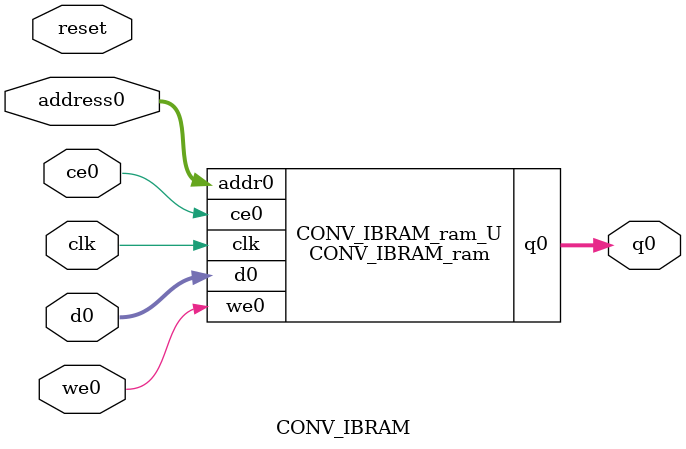
<source format=v>
`timescale 1 ns / 1 ps
module CONV_IBRAM_ram (addr0, ce0, d0, we0, q0,  clk);

parameter DWIDTH = 8;
parameter AWIDTH = 14;
parameter MEM_SIZE = 10000;

input[AWIDTH-1:0] addr0;
input ce0;
input[DWIDTH-1:0] d0;
input we0;
output reg[DWIDTH-1:0] q0;
input clk;

(* ram_style = "block" *)reg [DWIDTH-1:0] ram[0:MEM_SIZE-1];




always @(posedge clk)  
begin 
    if (ce0) 
    begin
        if (we0) 
        begin 
            ram[addr0] <= d0; 
        end 
        q0 <= ram[addr0];
    end
end


endmodule

`timescale 1 ns / 1 ps
module CONV_IBRAM(
    reset,
    clk,
    address0,
    ce0,
    we0,
    d0,
    q0);

parameter DataWidth = 32'd8;
parameter AddressRange = 32'd10000;
parameter AddressWidth = 32'd14;
input reset;
input clk;
input[AddressWidth - 1:0] address0;
input ce0;
input we0;
input[DataWidth - 1:0] d0;
output[DataWidth - 1:0] q0;



CONV_IBRAM_ram CONV_IBRAM_ram_U(
    .clk( clk ),
    .addr0( address0 ),
    .ce0( ce0 ),
    .we0( we0 ),
    .d0( d0 ),
    .q0( q0 ));

endmodule


</source>
